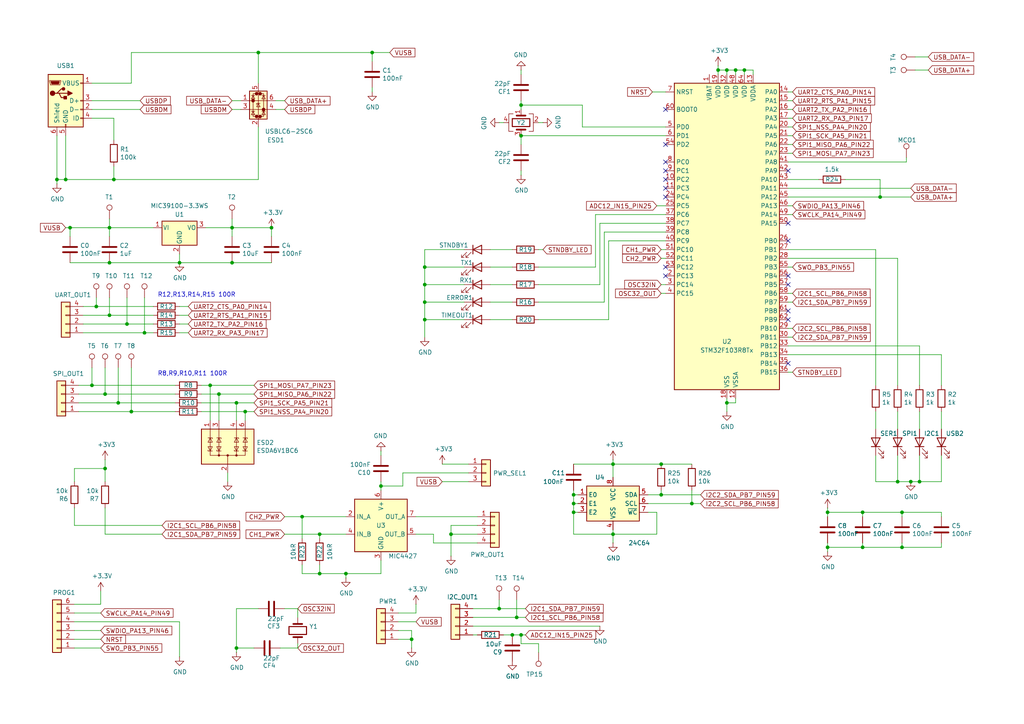
<source format=kicad_sch>
(kicad_sch (version 20231120) (generator "eeschema") (generator_version "8.0")
  (paper "A4")
  (title_block (date "2025-03-12") (rev "Rev 2"))
  (junction (at 92.71 166.37))
  (junction (at 215.9 20.32))
  (junction (at 240.03 158.75))
  (junction (at 107.95 15.24))
  (junction (at 123.19 77.47))
  (junction (at 41.91 96.52))
  (junction (at 63.5 114.3))
  (junction (at 78.74 66.04))
  (junction (at 210.82 20.32))
  (junction (at 16.51 52.07))
  (junction (at 33.02 52.07))
  (junction (at 74.93 15.24))
  (junction (at 27.94 88.9))
  (junction (at 110.49 140.97))
  (junction (at 210.82 116.84))
  (junction (at 250.19 148.59))
  (junction (at 31.75 91.44))
  (junction (at 166.37 143.51))
  (junction (at 60.96 111.76))
  (junction (at 264.16 139.7))
  (junction (at 148.59 184.15))
  (junction (at 71.12 119.38))
  (junction (at 200.66 146.05))
  (junction (at 30.48 114.3))
  (junction (at 38.1 119.38))
  (junction (at 34.29 116.84))
  (junction (at 123.19 87.63))
  (junction (at 213.36 20.32))
  (junction (at 255.27 57.15))
  (junction (at 123.19 92.71))
  (junction (at 208.28 20.32))
  (junction (at 67.31 76.2))
  (junction (at 31.75 66.04))
  (junction (at 177.8 154.94))
  (junction (at 149.86 179.07))
  (junction (at 68.58 116.84))
  (junction (at 92.71 154.94))
  (junction (at 261.62 148.59))
  (junction (at 177.8 134.62))
  (junction (at 52.07 76.2))
  (junction (at 87.63 149.86))
  (junction (at 100.33 166.37))
  (junction (at 166.37 148.59))
  (junction (at 266.7 139.7))
  (junction (at 151.13 39.37))
  (junction (at 151.13 184.15))
  (junction (at 151.13 30.48))
  (junction (at 20.32 66.04))
  (junction (at 191.77 134.62))
  (junction (at 31.75 76.2))
  (junction (at 260.35 139.7))
  (junction (at 261.62 158.75))
  (junction (at 30.48 135.89))
  (junction (at 26.67 111.76))
  (junction (at 240.03 148.59))
  (junction (at 36.83 93.98))
  (junction (at 68.58 187.96))
  (junction (at 191.77 143.51))
  (junction (at 130.81 154.94))
  (junction (at 166.37 146.05))
  (junction (at 119.38 185.42))
  (junction (at 19.05 52.07))
  (junction (at 250.19 158.75))
  (junction (at 67.31 66.04))
  (junction (at 144.78 176.53))
  (junction (at 123.19 82.55))
  (no_connect (at 193.04 80.01))
  (no_connect (at 193.04 52.07))
  (no_connect (at 228.6 80.01))
  (no_connect (at 228.6 49.53))
  (no_connect (at 193.04 31.75))
  (no_connect (at 193.04 54.61))
  (no_connect (at 228.6 105.41))
  (no_connect (at 193.04 77.47))
  (no_connect (at 228.6 82.55))
  (no_connect (at 228.6 92.71))
  (no_connect (at 193.04 46.99))
  (no_connect (at 193.04 49.53))
  (no_connect (at 193.04 57.15))
  (no_connect (at 193.04 41.91))
  (no_connect (at 228.6 64.77))
  (no_connect (at 228.6 69.85))
  (no_connect (at 228.6 90.17))
  (wire (pts (xy 67.31 76.2) (xy 52.07 76.2)))
  (wire (pts (xy 148.59 92.71) (xy 142.24 92.71)))
  (wire (pts (xy 151.13 20.32) (xy 151.13 21.59)))
  (wire (pts (xy 245.11 52.07) (xy 255.27 52.07)))
  (wire (pts (xy 191.77 82.55) (xy 193.04 82.55)))
  (wire (pts (xy 191.77 134.62) (xy 200.66 134.62)))
  (wire (pts (xy 24.13 93.98) (xy 36.83 93.98)))
  (wire (pts (xy 38.1 24.13) (xy 26.67 24.13)))
  (wire (pts (xy 63.5 114.3) (xy 73.66 114.3)))
  (wire (pts (xy 29.21 177.8) (xy 21.59 177.8)))
  (wire (pts (xy 86.36 176.53) (xy 86.36 179.07)))
  (wire (pts (xy 148.59 184.15) (xy 151.13 184.15)))
  (wire (pts (xy 80.01 29.21) (xy 82.55 29.21)))
  (wire (pts (xy 228.6 107.95) (xy 229.87 107.95)))
  (wire (pts (xy 134.62 77.47) (xy 123.19 77.47)))
  (wire (pts (xy 173.99 82.55) (xy 173.99 64.77)))
  (wire (pts (xy 177.8 153.67) (xy 177.8 154.94)))
  (wire (pts (xy 193.04 36.83) (xy 168.91 36.83)))
  (wire (pts (xy 200.66 146.05) (xy 200.66 142.24)))
  (wire (pts (xy 137.16 179.07) (xy 149.86 179.07)))
  (wire (pts (xy 190.5 154.94) (xy 190.5 148.59)))
  (wire (pts (xy 52.07 88.9) (xy 54.61 88.9)))
  (wire (pts (xy 67.31 31.75) (xy 69.85 31.75)))
  (wire (pts (xy 33.02 52.07) (xy 74.93 52.07)))
  (wire (pts (xy 22.86 119.38) (xy 38.1 119.38)))
  (wire (pts (xy 228.6 29.21) (xy 229.87 29.21)))
  (wire (pts (xy 156.21 186.69) (xy 156.21 189.23)))
  (wire (pts (xy 74.93 176.53) (xy 68.58 176.53)))
  (wire (pts (xy 151.13 29.21) (xy 151.13 30.48)))
  (wire (pts (xy 250.19 158.75) (xy 250.19 157.48)))
  (wire (pts (xy 151.13 39.37) (xy 193.04 39.37)))
  (wire (pts (xy 172.72 77.47) (xy 156.21 77.47)))
  (wire (pts (xy 166.37 148.59) (xy 166.37 146.05)))
  (wire (pts (xy 191.77 74.93) (xy 193.04 74.93)))
  (wire (pts (xy 33.02 48.26) (xy 33.02 52.07)))
  (wire (pts (xy 29.21 175.26) (xy 29.21 171.45)))
  (wire (pts (xy 260.35 74.93) (xy 228.6 74.93)))
  (wire (pts (xy 34.29 116.84) (xy 22.86 116.84)))
  (wire (pts (xy 149.86 173.99) (xy 149.86 179.07)))
  (wire (pts (xy 213.36 116.84) (xy 210.82 116.84)))
  (wire (pts (xy 176.53 92.71) (xy 176.53 69.85)))
  (wire (pts (xy 138.43 154.94) (xy 130.81 154.94)))
  (wire (pts (xy 210.82 116.84) (xy 210.82 119.38)))
  (wire (pts (xy 38.1 119.38) (xy 50.8 119.38)))
  (wire (pts (xy 218.44 21.59) (xy 218.44 20.32)))
  (wire (pts (xy 208.28 20.32) (xy 208.28 21.59)))
  (wire (pts (xy 116.84 137.16) (xy 135.89 137.16)))
  (wire (pts (xy 273.05 132.08) (xy 273.05 139.7)))
  (wire (pts (xy 16.51 53.34) (xy 16.51 52.07)))
  (wire (pts (xy 92.71 163.83) (xy 92.71 166.37)))
  (wire (pts (xy 20.32 76.2) (xy 31.75 76.2)))
  (wire (pts (xy 26.67 106.68) (xy 26.67 111.76)))
  (wire (pts (xy 68.58 121.92) (xy 68.58 116.84)))
  (wire (pts (xy 213.36 115.57) (xy 213.36 116.84)))
  (wire (pts (xy 128.27 134.62) (xy 135.89 134.62)))
  (wire (pts (xy 87.63 166.37) (xy 92.71 166.37)))
  (wire (pts (xy 120.65 154.94) (xy 125.73 154.94)))
  (wire (pts (xy 266.7 124.46) (xy 266.7 119.38)))
  (wire (pts (xy 68.58 116.84) (xy 73.66 116.84)))
  (wire (pts (xy 177.8 154.94) (xy 177.8 157.48)))
  (wire (pts (xy 149.86 179.07) (xy 152.4 179.07)))
  (wire (pts (xy 191.77 142.24) (xy 191.77 143.51)))
  (wire (pts (xy 213.36 21.59) (xy 213.36 20.32)))
  (wire (pts (xy 260.35 74.93) (xy 260.35 111.76)))
  (wire (pts (xy 52.07 91.44) (xy 54.61 91.44)))
  (wire (pts (xy 113.03 15.24) (xy 107.95 15.24)))
  (wire (pts (xy 19.05 39.37) (xy 19.05 52.07)))
  (wire (pts (xy 41.91 86.36) (xy 41.91 96.52)))
  (wire (pts (xy 250.19 148.59) (xy 261.62 148.59)))
  (wire (pts (xy 107.95 17.78) (xy 107.95 15.24)))
  (wire (pts (xy 21.59 147.32) (xy 21.59 152.4)))
  (wire (pts (xy 67.31 66.04) (xy 67.31 68.58)))
  (wire (pts (xy 82.55 149.86) (xy 87.63 149.86)))
  (wire (pts (xy 74.93 15.24) (xy 74.93 24.13)))
  (wire (pts (xy 166.37 143.51) (xy 167.64 143.51)))
  (wire (pts (xy 31.75 63.5) (xy 31.75 66.04)))
  (wire (pts (xy 151.13 184.15) (xy 152.4 184.15)))
  (wire (pts (xy 191.77 143.51) (xy 203.2 143.51)))
  (wire (pts (xy 52.07 180.34) (xy 52.07 190.5)))
  (wire (pts (xy 254 124.46) (xy 254 119.38)))
  (wire (pts (xy 157.48 72.39) (xy 156.21 72.39)))
  (wire (pts (xy 228.6 31.75) (xy 229.87 31.75)))
  (wire (pts (xy 110.49 130.81) (xy 110.49 132.08)))
  (wire (pts (xy 86.36 187.96) (xy 86.36 186.69)))
  (wire (pts (xy 240.03 148.59) (xy 240.03 149.86)))
  (wire (pts (xy 31.75 68.58) (xy 31.75 66.04)))
  (wire (pts (xy 189.23 26.67) (xy 193.04 26.67)))
  (wire (pts (xy 250.19 148.59) (xy 250.19 149.86)))
  (wire (pts (xy 172.72 62.23) (xy 172.72 77.47)))
  (wire (pts (xy 134.62 87.63) (xy 123.19 87.63)))
  (wire (pts (xy 156.21 82.55) (xy 173.99 82.55)))
  (wire (pts (xy 38.1 15.24) (xy 38.1 24.13)))
  (wire (pts (xy 260.35 139.7) (xy 254 139.7)))
  (wire (pts (xy 240.03 158.75) (xy 240.03 160.02)))
  (wire (pts (xy 67.31 63.5) (xy 67.31 66.04)))
  (wire (pts (xy 60.96 111.76) (xy 73.66 111.76)))
  (wire (pts (xy 254 72.39) (xy 228.6 72.39)))
  (wire (pts (xy 166.37 146.05) (xy 166.37 143.51)))
  (wire (pts (xy 260.35 124.46) (xy 260.35 119.38)))
  (wire (pts (xy 261.62 158.75) (xy 261.62 157.48)))
  (wire (pts (xy 273.05 139.7) (xy 266.7 139.7)))
  (wire (pts (xy 148.59 77.47) (xy 142.24 77.47)))
  (wire (pts (xy 30.48 154.94) (xy 46.99 154.94)))
  (wire (pts (xy 78.74 66.04) (xy 78.74 68.58)))
  (wire (pts (xy 228.6 57.15) (xy 255.27 57.15)))
  (wire (pts (xy 50.8 111.76) (xy 26.67 111.76)))
  (wire (pts (xy 203.2 146.05) (xy 200.66 146.05)))
  (wire (pts (xy 191.77 143.51) (xy 187.96 143.51)))
  (wire (pts (xy 130.81 152.4) (xy 138.43 152.4)))
  (wire (pts (xy 128.27 139.7) (xy 135.89 139.7)))
  (wire (pts (xy 228.6 36.83) (xy 229.87 36.83)))
  (wire (pts (xy 123.19 92.71) (xy 123.19 87.63)))
  (wire (pts (xy 228.6 77.47) (xy 229.87 77.47)))
  (wire (pts (xy 87.63 156.21) (xy 87.63 149.86)))
  (wire (pts (xy 228.6 97.79) (xy 229.87 97.79)))
  (wire (pts (xy 137.16 181.61) (xy 173.99 181.61)))
  (wire (pts (xy 261.62 148.59) (xy 273.05 148.59)))
  (wire (pts (xy 107.95 15.24) (xy 74.93 15.24)))
  (wire (pts (xy 228.6 87.63) (xy 229.87 87.63)))
  (wire (pts (xy 151.13 186.69) (xy 156.21 186.69)))
  (wire (pts (xy 27.94 86.36) (xy 27.94 88.9)))
  (wire (pts (xy 228.6 34.29) (xy 229.87 34.29)))
  (wire (pts (xy 31.75 66.04) (xy 44.45 66.04)))
  (wire (pts (xy 266.7 100.33) (xy 266.7 111.76)))
  (wire (pts (xy 30.48 114.3) (xy 50.8 114.3)))
  (wire (pts (xy 123.19 72.39) (xy 123.19 77.47)))
  (wire (pts (xy 142.24 72.39) (xy 148.59 72.39)))
  (wire (pts (xy 120.65 149.86) (xy 138.43 149.86)))
  (wire (pts (xy 228.6 54.61) (xy 264.16 54.61)))
  (wire (pts (xy 240.03 158.75) (xy 250.19 158.75)))
  (wire (pts (xy 52.07 96.52) (xy 54.61 96.52)))
  (wire (pts (xy 191.77 72.39) (xy 193.04 72.39)))
  (wire (pts (xy 177.8 133.35) (xy 177.8 134.62)))
  (wire (pts (xy 264.16 139.7) (xy 260.35 139.7)))
  (wire (pts (xy 269.24 20.32) (xy 265.43 20.32)))
  (wire (pts (xy 215.9 21.59) (xy 215.9 20.32)))
  (wire (pts (xy 30.48 147.32) (xy 30.48 154.94)))
  (wire (pts (xy 58.42 119.38) (xy 71.12 119.38)))
  (wire (pts (xy 20.32 66.04) (xy 31.75 66.04)))
  (wire (pts (xy 68.58 187.96) (xy 73.66 187.96)))
  (wire (pts (xy 215.9 20.32) (xy 213.36 20.32)))
  (wire (pts (xy 107.95 26.67) (xy 107.95 25.4)))
  (wire (pts (xy 33.02 34.29) (xy 33.02 40.64)))
  (wire (pts (xy 21.59 182.88) (xy 29.21 182.88)))
  (wire (pts (xy 254 111.76) (xy 254 72.39)))
  (wire (pts (xy 218.44 20.32) (xy 215.9 20.32)))
  (wire (pts (xy 74.93 15.24) (xy 38.1 15.24)))
  (wire (pts (xy 151.13 184.15) (xy 151.13 186.69)))
  (wire (pts (xy 166.37 146.05) (xy 167.64 146.05)))
  (wire (pts (xy 228.6 41.91) (xy 229.87 41.91)))
  (wire (pts (xy 157.48 35.56) (xy 156.21 35.56)))
  (wire (pts (xy 78.74 76.2) (xy 67.31 76.2)))
  (wire (pts (xy 266.7 139.7) (xy 266.7 132.08)))
  (wire (pts (xy 166.37 148.59) (xy 167.64 148.59)))
  (wire (pts (xy 68.58 189.23) (xy 68.58 187.96)))
  (wire (pts (xy 52.07 76.2) (xy 52.07 73.66)))
  (wire (pts (xy 52.07 93.98) (xy 54.61 93.98)))
  (wire (pts (xy 134.62 72.39) (xy 123.19 72.39)))
  (wire (pts (xy 130.81 154.94) (xy 130.81 161.29)))
  (wire (pts (xy 87.63 163.83) (xy 87.63 166.37)))
  (wire (pts (xy 177.8 154.94) (xy 190.5 154.94)))
  (wire (pts (xy 92.71 154.94) (xy 82.55 154.94)))
  (wire (pts (xy 146.05 184.15) (xy 148.59 184.15)))
  (wire (pts (xy 166.37 154.94) (xy 166.37 148.59)))
  (wire (pts (xy 21.59 187.96) (xy 29.21 187.96)))
  (wire (pts (xy 21.59 135.89) (xy 21.59 139.7)))
  (wire (pts (xy 44.45 96.52) (xy 41.91 96.52)))
  (wire (pts (xy 120.65 177.8) (xy 120.65 175.26)))
  (wire (pts (xy 60.96 121.92) (xy 60.96 111.76)))
  (wire (pts (xy 44.45 91.44) (xy 31.75 91.44)))
  (wire (pts (xy 255.27 52.07) (xy 255.27 57.15)))
  (wire (pts (xy 137.16 176.53) (xy 144.78 176.53)))
  (wire (pts (xy 33.02 52.07) (xy 19.05 52.07)))
  (wire (pts (xy 125.73 154.94) (xy 125.73 157.48)))
  (wire (pts (xy 151.13 39.37) (xy 151.13 41.91)))
  (wire (pts (xy 92.71 154.94) (xy 92.71 156.21)))
  (wire (pts (xy 264.16 139.7) (xy 266.7 139.7)))
  (wire (pts (xy 142.24 87.63) (xy 148.59 87.63)))
  (wire (pts (xy 144.78 173.99) (xy 144.78 176.53)))
  (wire (pts (xy 19.05 66.04) (xy 20.32 66.04)))
  (wire (pts (xy 31.75 91.44) (xy 24.13 91.44)))
  (wire (pts (xy 123.19 82.55) (xy 123.19 77.47)))
  (wire (pts (xy 151.13 30.48) (xy 151.13 31.75)))
  (wire (pts (xy 66.04 139.7) (xy 66.04 137.16)))
  (wire (pts (xy 208.28 19.05) (xy 208.28 20.32)))
  (wire (pts (xy 190.5 148.59) (xy 187.96 148.59)))
  (wire (pts (xy 144.78 176.53) (xy 152.4 176.53)))
  (wire (pts (xy 156.21 87.63) (xy 175.26 87.63)))
  (wire (pts (xy 190.5 59.69) (xy 193.04 59.69)))
  (wire (pts (xy 255.27 57.15) (xy 264.16 57.15)))
  (wire (pts (xy 123.19 92.71) (xy 123.19 97.79)))
  (wire (pts (xy 144.78 35.56) (xy 146.05 35.56)))
  (wire (pts (xy 193.04 62.23) (xy 172.72 62.23)))
  (wire (pts (xy 58.42 111.76) (xy 60.96 111.76)))
  (wire (pts (xy 187.96 146.05) (xy 200.66 146.05)))
  (wire (pts (xy 22.86 114.3) (xy 30.48 114.3)))
  (wire (pts (xy 273.05 158.75) (xy 261.62 158.75)))
  (wire (pts (xy 173.99 64.77) (xy 193.04 64.77)))
  (wire (pts (xy 177.8 154.94) (xy 166.37 154.94)))
  (wire (pts (xy 175.26 67.31) (xy 193.04 67.31)))
  (wire (pts (xy 273.05 102.87) (xy 273.05 111.76)))
  (wire (pts (xy 273.05 157.48) (xy 273.05 158.75)))
  (wire (pts (xy 67.31 66.04) (xy 78.74 66.04)))
  (wire (pts (xy 273.05 102.87) (xy 228.6 102.87)))
  (wire (pts (xy 71.12 119.38) (xy 73.66 119.38)))
  (wire (pts (xy 110.49 140.97) (xy 116.84 140.97)))
  (wire (pts (xy 30.48 133.35) (xy 30.48 135.89)))
  (wire (pts (xy 41.91 96.52) (xy 24.13 96.52)))
  (wire (pts (xy 119.38 185.42) (xy 115.57 185.42)))
  (wire (pts (xy 191.77 85.09) (xy 193.04 85.09)))
  (wire (pts (xy 31.75 76.2) (xy 52.07 76.2)))
  (wire (pts (xy 21.59 175.26) (xy 29.21 175.26)))
  (wire (pts (xy 240.03 157.48) (xy 240.03 158.75)))
  (wire (pts (xy 81.28 187.96) (xy 86.36 187.96)))
  (wire (pts (xy 137.16 184.15) (xy 138.43 184.15)))
  (wire (pts (xy 27.94 88.9) (xy 44.45 88.9)))
  (wire (pts (xy 213.36 20.32) (xy 210.82 20.32)))
  (wire (pts (xy 265.43 16.51) (xy 269.24 16.51)))
  (wire (pts (xy 228.6 44.45) (xy 229.87 44.45)))
  (wire (pts (xy 176.53 69.85) (xy 193.04 69.85)))
  (wire (pts (xy 87.63 149.86) (xy 100.33 149.86)))
  (wire (pts (xy 30.48 106.68) (xy 30.48 114.3)))
  (wire (pts (xy 100.33 154.94) (xy 92.71 154.94)))
  (wire (pts (xy 115.57 177.8) (xy 120.65 177.8)))
  (wire (pts (xy 63.5 121.92) (xy 63.5 114.3)))
  (wire (pts (xy 100.33 166.37) (xy 100.33 167.64)))
  (wire (pts (xy 21.59 180.34) (xy 52.07 180.34)))
  (wire (pts (xy 168.91 30.48) (xy 151.13 30.48)))
  (wire (pts (xy 134.62 82.55) (xy 123.19 82.55)))
  (wire (pts (xy 80.01 31.75) (xy 82.55 31.75)))
  (wire (pts (xy 228.6 59.69) (xy 229.87 59.69)))
  (wire (pts (xy 20.32 68.58) (xy 20.32 66.04)))
  (wire (pts (xy 59.69 66.04) (xy 67.31 66.04)))
  (wire (pts (xy 119.38 187.96) (xy 119.38 185.42)))
  (wire (pts (xy 266.7 100.33) (xy 228.6 100.33)))
  (wire (pts (xy 151.13 49.53) (xy 151.13 50.8)))
  (wire (pts (xy 115.57 182.88) (xy 119.38 182.88)))
  (wire (pts (xy 110.49 142.24) (xy 110.49 140.97)))
  (wire (pts (xy 134.62 92.71) (xy 123.19 92.71)))
  (wire (pts (xy 92.71 166.37) (xy 100.33 166.37)))
  (wire (pts (xy 116.84 140.97) (xy 116.84 137.16)))
  (wire (pts (xy 210.82 115.57) (xy 210.82 116.84)))
  (wire (pts (xy 82.55 176.53) (xy 86.36 176.53)))
  (wire (pts (xy 228.6 26.67) (xy 229.87 26.67)))
  (wire (pts (xy 26.67 29.21) (xy 40.64 29.21)))
  (wire (pts (xy 262.89 46.99) (xy 262.89 45.72)))
  (wire (pts (xy 36.83 93.98) (xy 44.45 93.98)))
  (wire (pts (xy 250.19 158.75) (xy 261.62 158.75)))
  (wire (pts (xy 36.83 86.36) (xy 36.83 93.98)))
  (wire (pts (xy 110.49 140.97) (xy 110.49 139.7)))
  (wire (pts (xy 34.29 106.68) (xy 34.29 116.84)))
  (wire (pts (xy 38.1 106.68) (xy 38.1 119.38)))
  (wire (pts (xy 71.12 121.92) (xy 71.12 119.38)))
  (wire (pts (xy 50.8 116.84) (xy 34.29 116.84)))
  (wire (pts (xy 26.67 31.75) (xy 40.64 31.75)))
  (wire (pts (xy 74.93 36.83) (xy 74.93 52.07)))
  (wire (pts (xy 210.82 21.59) (xy 210.82 20.32)))
  (wire (pts (xy 21.59 152.4) (xy 46.99 152.4)))
  (wire (pts (xy 148.59 82.55) (xy 142.24 82.55)))
  (wire (pts (xy 58.42 114.3) (xy 63.5 114.3)))
  (wire (pts (xy 26.67 34.29) (xy 33.02 34.29)))
  (wire (pts (xy 119.38 182.88) (xy 119.38 185.42)))
  (wire (pts (xy 177.8 134.62) (xy 177.8 138.43)))
  (wire (pts (xy 67.31 29.21) (xy 69.85 29.21)))
  (wire (pts (xy 26.67 111.76) (xy 22.86 111.76)))
  (wire (pts (xy 191.77 134.62) (xy 177.8 134.62)))
  (wire (pts (xy 228.6 95.25) (xy 229.87 95.25)))
  (wire (pts (xy 30.48 135.89) (xy 30.48 139.7)))
  (wire (pts (xy 24.13 88.9) (xy 27.94 88.9)))
  (wire (pts (xy 21.59 185.42) (xy 29.21 185.42)))
  (wire (pts (xy 254 139.7) (xy 254 132.08)))
  (wire (pts (xy 168.91 36.83) (xy 168.91 30.48)))
  (wire (pts (xy 240.03 148.59) (xy 250.19 148.59)))
  (wire (pts (xy 123.19 87.63) (xy 123.19 82.55)))
  (wire (pts (xy 210.82 20.32) (xy 208.28 20.32)))
  (wire (pts (xy 16.51 52.07) (xy 19.05 52.07)))
  (wire (pts (xy 228.6 39.37) (xy 229.87 39.37)))
  (wire (pts (xy 273.05 148.59) (xy 273.05 149.86)))
  (wire (pts (xy 125.73 157.48) (xy 138.43 157.48)))
  (wire (pts (xy 273.05 124.46) (xy 273.05 119.38)))
  (wire (pts (xy 228.6 85.09) (xy 229.87 85.09)))
  (wire (pts (xy 166.37 134.62) (xy 177.8 134.62)))
  (wire (pts (xy 261.62 148.59) (xy 261.62 149.86)))
  (wire (pts (xy 228.6 62.23) (xy 229.87 62.23)))
  (wire (pts (xy 68.58 176.53) (xy 68.58 187.96)))
  (wire (pts (xy 130.81 152.4) (xy 130.81 154.94)))
  (wire (pts (xy 110.49 162.56) (xy 110.49 166.37)))
  (wire (pts (xy 166.37 143.51) (xy 166.37 142.24)))
  (wire (pts (xy 228.6 52.07) (xy 237.49 52.07)))
  (wire (pts (xy 16.51 39.37) (xy 16.51 52.07)))
  (wire (pts (xy 115.57 180.34) (xy 120.65 180.34)))
  (wire (pts (xy 240.03 147.32) (xy 240.03 148.59)))
  (wire (pts (xy 100.33 166.37) (xy 110.49 166.37)))
  (wire (pts (xy 175.26 87.63) (xy 175.26 67.31)))
  (wire (pts (xy 58.42 116.84) (xy 68.58 116.84)))
  (wire (pts (xy 260.35 132.08) (xy 260.35 139.7)))
  (wire (pts (xy 228.6 46.99) (xy 262.89 46.99)))
  (wire (pts (xy 30.48 135.89) (xy 21.59 135.89)))
  (wire (pts (xy 31.75 86.36) (xy 31.75 91.44)))
  (wire (pts (xy 156.21 92.71) (xy 176.53 92.71)))
  (text "R8,R9,R10,R11 100R" (at 45.72 109.22 0) (effects (font (size 1.27 1.27)) (justify left bottom)))
  (text "R12,R13,R14,R15 100R" (at 45.72 86.36 0) (effects (font (size 1.27 1.27)) (justify left bottom)))
  (global_label "ADC12_IN15_PIN25" (shape input) (at 152.4 184.15 0) (property "Intersheetrefs" "${INTERSHEET_REFS}" (effects (hide yes))))
  (global_label "UART2_RTS_PA1_PIN15" (shape input) (at 229.87 29.21 0) (property "Intersheetrefs" "${INTERSHEET_REFS}" (effects (hide yes))))
  (global_label "I2C2_SDA_PB7_PIN59" (shape input) (at 229.87 97.79 0) (property "Intersheetrefs" "${INTERSHEET_REFS}" (effects (hide yes))))
  (global_label "UART2_RX_PA3_PIN17" (shape input) (at 54.61 96.52 0) (property "Intersheetrefs" "${INTERSHEET_REFS}" (effects (hide yes))))
  (global_label "VUSB" (shape input) (at 19.05 66.04 180) (property "Intersheetrefs" "${INTERSHEET_REFS}" (effects (hide yes))))
  (global_label "I2C1_SDA_PB7_PIN59" (shape input) (at 152.4 176.53 0) (property "Intersheetrefs" "${INTERSHEET_REFS}" (effects (hide yes))))
  (global_label "UART2_CTS_PA0_PIN14" (shape input) (at 229.87 26.67 0) (property "Intersheetrefs" "${INTERSHEET_REFS}" (effects (hide yes))))
  (global_label "SPI1_MISO_PA6_PIN22" (shape input) (at 73.66 114.3 0) (property "Intersheetrefs" "${INTERSHEET_REFS}" (effects (hide yes))))
  (global_label "VUSB" (shape input) (at 128.27 139.7 180) (property "Intersheetrefs" "${INTERSHEET_REFS}" (effects (hide yes))))
  (global_label "I2C1_SCL_PB6_PIN58" (shape input) (at 152.4 179.07 0) (property "Intersheetrefs" "${INTERSHEET_REFS}" (effects (hide yes))))
  (global_label "SWCLK_PA14_PIN49" (shape input) (at 229.87 62.23 0) (property "Intersheetrefs" "${INTERSHEET_REFS}" (effects (hide yes))))
  (global_label "UART2_RX_PA3_PIN17" (shape input) (at 229.87 34.29 0) (property "Intersheetrefs" "${INTERSHEET_REFS}" (effects (hide yes))))
  (global_label "USB_DATA-" (shape input) (at 264.16 54.61 0) (property "Intersheetrefs" "${INTERSHEET_REFS}" (effects (hide yes))))
  (global_label "USB_DATA+" (shape input) (at 269.24 20.32 0) (property "Intersheetrefs" "${INTERSHEET_REFS}" (effects (hide yes))))
  (global_label "OSC32_OUT" (shape input) (at 191.77 85.09 180) (property "Intersheetrefs" "${INTERSHEET_REFS}" (effects (hide yes))))
  (global_label "SPI1_NSS_PA4_PIN20" (shape input) (at 229.87 36.83 0) (property "Intersheetrefs" "${INTERSHEET_REFS}" (effects (hide yes))))
  (global_label "UART2_RTS_PA1_PIN15" (shape input) (at 54.61 91.44 0) (property "Intersheetrefs" "${INTERSHEET_REFS}" (effects (hide yes))))
  (global_label "OSC32IN" (shape input) (at 191.77 82.55 180) (property "Intersheetrefs" "${INTERSHEET_REFS}" (effects (hide yes))))
  (global_label "I2C2_SCL_PB6_PIN58" (shape input) (at 229.87 95.25 0) (property "Intersheetrefs" "${INTERSHEET_REFS}" (effects (hide yes))))
  (global_label "USBDM" (shape input) (at 67.31 31.75 180) (property "Intersheetrefs" "${INTERSHEET_REFS}" (effects (hide yes))))
  (global_label "SWO_PB3_PIN55" (shape input) (at 29.21 187.96 0) (property "Intersheetrefs" "${INTERSHEET_REFS}" (effects (hide yes))))
  (global_label "CH1_PWR" (shape input) (at 82.55 154.94 180) (property "Intersheetrefs" "${INTERSHEET_REFS}" (effects (hide yes))))
  (global_label "CH2_PWR" (shape input) (at 191.77 74.93 180) (property "Intersheetrefs" "${INTERSHEET_REFS}" (effects (hide yes))))
  (global_label "SPI1_NSS_PA4_PIN20" (shape input) (at 73.66 119.38 0) (property "Intersheetrefs" "${INTERSHEET_REFS}" (effects (hide yes))))
  (global_label "USB_DATA-" (shape input) (at 67.31 29.21 180) (property "Intersheetrefs" "${INTERSHEET_REFS}" (effects (hide yes))))
  (global_label "VUSB" (shape input) (at 113.03 15.24 0) (property "Intersheetrefs" "${INTERSHEET_REFS}" (effects (hide yes))))
  (global_label "I2C1_SCL_PB6_PIN58" (shape input) (at 229.87 85.09 0) (property "Intersheetrefs" "${INTERSHEET_REFS}" (effects (hide yes))))
  (global_label "I2C2_SDA_PB7_PIN59" (shape input) (at 203.2 143.51 0) (property "Intersheetrefs" "${INTERSHEET_REFS}" (effects (hide yes))))
  (global_label "SWDIO_PA13_PIN46" (shape input) (at 229.87 59.69 0) (property "Intersheetrefs" "${INTERSHEET_REFS}" (effects (hide yes))))
  (global_label "USB_DATA-" (shape input) (at 269.24 16.51 0) (property "Intersheetrefs" "${INTERSHEET_REFS}" (effects (hide yes))))
  (global_label "I2C1_SDA_PB7_PIN59" (shape input) (at 46.99 154.94 0) (property "Intersheetrefs" "${INTERSHEET_REFS}" (effects (hide yes))))
  (global_label "UART2_CTS_PA0_PIN14" (shape input) (at 54.61 88.9 0) (property "Intersheetrefs" "${INTERSHEET_REFS}" (effects (hide yes))))
  (global_label "CH2_PWR" (shape input) (at 82.55 149.86 180) (property "Intersheetrefs" "${INTERSHEET_REFS}" (effects (hide yes))))
  (global_label "OSC32_OUT" (shape input) (at 86.36 187.96 0) (property "Intersheetrefs" "${INTERSHEET_REFS}" (effects (hide yes))))
  (global_label "UART2_TX_PA2_PIN16" (shape input) (at 54.61 93.98 0) (property "Intersheetrefs" "${INTERSHEET_REFS}" (effects (hide yes))))
  (global_label "SWDIO_PA13_PIN46" (shape input) (at 29.21 182.88 0) (property "Intersheetrefs" "${INTERSHEET_REFS}" (effects (hide yes))))
  (global_label "SPI1_SCK_PA5_PIN21" (shape input) (at 229.87 39.37 0) (property "Intersheetrefs" "${INTERSHEET_REFS}" (effects (hide yes))))
  (global_label "ADC12_IN15_PIN25" (shape input) (at 190.5 59.69 180) (property "Intersheetrefs" "${INTERSHEET_REFS}" (effects (hide yes))))
  (global_label "NRST" (shape input) (at 189.23 26.67 180) (property "Intersheetrefs" "${INTERSHEET_REFS}" (effects (hide yes))))
  (global_label "USBDP" (shape input) (at 82.55 31.75 0) (property "Intersheetrefs" "${INTERSHEET_REFS}" (effects (hide yes))))
  (global_label "I2C1_SCL_PB6_PIN58" (shape input) (at 46.99 152.4 0) (property "Intersheetrefs" "${INTERSHEET_REFS}" (effects (hide yes))))
  (global_label "I2C1_SDA_PB7_PIN59" (shape input) (at 229.87 87.63 0) (property "Intersheetrefs" "${INTERSHEET_REFS}" (effects (hide yes))))
  (global_label "SPI1_MOSI_PA7_PIN23" (shape input) (at 73.66 111.76 0) (property "Intersheetrefs" "${INTERSHEET_REFS}" (effects (hide yes))))
  (global_label "USB_DATA+" (shape input) (at 264.16 57.15 0) (property "Intersheetrefs" "${INTERSHEET_REFS}" (effects (hide yes))))
  (global_label "SPI1_SCK_PA5_PIN21" (shape input) (at 73.66 116.84 0) (property "Intersheetrefs" "${INTERSHEET_REFS}" (effects (hide yes))))
  (global_label "USBDP" (shape input) (at 40.64 29.21 0) (property "Intersheetrefs" "${INTERSHEET_REFS}" (effects (hide yes))))
  (global_label "SPI1_MISO_PA6_PIN22" (shape input) (at 229.87 41.91 0) (property "Intersheetrefs" "${INTERSHEET_REFS}" (effects (hide yes))))
  (global_label "CH1_PWR" (shape input) (at 191.77 72.39 180) (property "Intersheetrefs" "${INTERSHEET_REFS}" (effects (hide yes))))
  (global_label "USBDM" (shape input) (at 40.64 31.75 0) (property "Intersheetrefs" "${INTERSHEET_REFS}" (effects (hide yes))))
  (global_label "VUSB" (shape input) (at 120.65 180.34 0) (property "Intersheetrefs" "${INTERSHEET_REFS}" (effects (hide yes))))
  (global_label "OSC32IN" (shape input) (at 86.36 176.53 0) (property "Intersheetrefs" "${INTERSHEET_REFS}" (effects (hide yes))))
  (global_label "UART2_TX_PA2_PIN16" (shape input) (at 229.87 31.75 0) (property "Intersheetrefs" "${INTERSHEET_REFS}" (effects (hide yes))))
  (global_label "SWCLK_PA14_PIN49" (shape input) (at 29.21 177.8 0) (property "Intersheetrefs" "${INTERSHEET_REFS}" (effects (hide yes))))
  (global_label "NRST" (shape input) (at 29.21 185.42 0) (property "Intersheetrefs" "${INTERSHEET_REFS}" (effects (hide yes))))
  (global_label "STNDBY_LED" (shape input) (at 229.87 107.95 0) (property "Intersheetrefs" "${INTERSHEET_REFS}" (effects (hide yes))))
  (global_label "USB_DATA+" (shape input) (at 82.55 29.21 0) (property "Intersheetrefs" "${INTERSHEET_REFS}" (effects (hide yes))))
  (global_label "I2C2_SCL_PB6_PIN58" (shape input) (at 203.2 146.05 0) (property "Intersheetrefs" "${INTERSHEET_REFS}" (effects (hide yes))))
  (global_label "STNDBY_LED" (shape input) (at 157.48 72.39 0) (property "Intersheetrefs" "${INTERSHEET_REFS}" (effects (hide yes))))
  (global_label "SPI1_MOSI_PA7_PIN23" (shape input) (at 229.87 44.45 0) (property "Intersheetrefs" "${INTERSHEET_REFS}" (effects (hide yes))))
  (global_label "SWO_PB3_PIN55" (shape input) (at 229.87 77.47 0) (property "Intersheetrefs" "${INTERSHEET_REFS}" (effects (hide yes))))
  (symbol (lib_id "Device:R") (at 152.4 72.39 90) (unit 1)
    (property "Reference" "R19" (at 152.4 72.39 90))
    (property "Value" "100R" (effects (hide yes)))
    (property "Footprint" "Resistor_SMD:R_0805_2012Metric_Pad1.15x1.40mm_HandSolder" (effects (hide yes)))
  )
  (symbol (lib_id "Device:R") (at 152.4 77.47 90) (unit 1)
    (property "Reference" "R18" (at 152.4 77.47 90))
    (property "Value" "100R" (effects (hide yes)))
    (property "Footprint" "Resistor_SMD:R_0805_2012Metric_Pad1.15x1.40mm_HandSolder" (effects (hide yes)))
  )
  (symbol (lib_id "Device:R") (at 152.4 82.55 90) (unit 1)
    (property "Reference" "R17" (at 152.4 82.55 90))
    (property "Value" "100R" (effects (hide yes)))
    (property "Footprint" "Resistor_SMD:R_0805_2012Metric_Pad1.15x1.40mm_HandSolder" (effects (hide yes)))
  )
  (symbol (lib_id "Device:R") (at 152.4 87.63 90) (unit 1)
    (property "Reference" "R16" (at 152.4 87.63 90))
    (property "Value" "100R" (effects (hide yes)))
    (property "Footprint" "Resistor_SMD:R_0805_2012Metric_Pad1.15x1.40mm_HandSolder" (effects (hide yes)))
  )
  (symbol (lib_id "Device:LED") (at 138.43 72.39 0) (unit 1)
    (property "Reference" "STNDBY1" (at 135.89 71.12 0) (effects (justify right)))
    (property "Value" "LED" (effects (hide yes)))
    (property "Footprint" "Resistor_SMD:R_0805_2012Metric_Pad1.15x1.40mm_HandSolder" (effects (hide yes)))
  )
  (symbol (lib_id "Device:LED") (at 138.43 77.47 0) (unit 1)
    (property "Reference" "TX1" (at 137.16 76.2 0) (effects (justify right)))
    (property "Value" "LED" (effects (hide yes)))
    (property "Footprint" "Resistor_SMD:R_0805_2012Metric_Pad1.15x1.40mm_HandSolder" (effects (hide yes)))
  )
  (symbol (lib_id "MCU_ST_STM32F1:STM32F103R8Tx") (at 210.82 69.85 0) (unit 1)
    (property "Reference" "U2" (at 210.82 99.06 0))
    (property "Value" "STM32F103R8Tx" (at 210.82 101.6 0))
    (property "Footprint" "Package_QFP:LQFP-64_10x10mm_P0.5mm" (effects (hide yes)))
    (property "Datasheet" "http://www.st.com/st-web-ui/static/active/en/resource/technical/document/datasheet/CD00161566.pdf" (effects (hide yes)))
  )
  (symbol (lib_id "Connector:USB_B_Mini") (at 19.05 29.21 0) (unit 1)
    (property "Reference" "USB1" (at 19.05 19.05 0))
    (property "Value" "USB_B_Mini" (effects (hide yes)))
    (property "Footprint" "Connector_USB:USB_Mini-B_Lumberg_2486_01_Horizontal" (effects (hide yes)))
  )
  (symbol (lib_id "Device:LED") (at 138.43 82.55 0) (unit 1)
    (property "Reference" "RX1" (at 137.16 81.28 0) (effects (justify right)))
    (property "Value" "LED" (effects (hide yes)))
    (property "Footprint" "Resistor_SMD:R_0805_2012Metric_Pad1.15x1.40mm_HandSolder" (effects (hide yes)))
  )
  (symbol (lib_id "Device:LED") (at 138.43 87.63 0) (unit 1)
    (property "Reference" "ERROR1" (at 137.16 86.36 0) (effects (justify right)))
    (property "Value" "LED" (effects (hide yes)))
    (property "Footprint" "Resistor_SMD:R_0805_2012Metric_Pad1.15x1.40mm_HandSolder" (effects (hide yes)))
  )
  (symbol (lib_id "Device:LED") (at 138.43 92.71 0) (unit 1)
    (property "Reference" "TIMEOUT1" (at 137.16 91.44 0) (effects (justify right)))
    (property "Value" "LED" (effects (hide yes)))
    (property "Footprint" "Resistor_SMD:R_0805_2012Metric_Pad1.15x1.40mm_HandSolder" (effects (hide yes)))
  )
  (symbol (lib_id "Device:R") (at 152.4 92.71 90) (unit 1)
    (property "Reference" "R20" (at 152.4 92.71 90))
    (property "Value" "100R" (effects (hide yes)))
    (property "Footprint" "Resistor_SMD:R_0805_2012Metric_Pad1.15x1.40mm_HandSolder" (effects (hide yes)))
  )
  (symbol (lib_id "power:GND") (at 123.19 97.79 0) (unit 1)
    (property "Reference" "#PWR0116" (effects (hide yes)))
    (property "Value" "GND" (at 123.317 102.1842 0))
  )
  (symbol (lib_id "power:GND") (at 16.51 53.34 0) (unit 1)
    (property "Reference" "#PWR0102" (effects (hide yes)))
    (property "Value" "GND" (at 16.637 57.7342 0))
  )
  (symbol (lib_id "power:+3V3") (at 208.28 19.05 0) (unit 1)
    (property "Reference" "#PWR0103" (effects (hide yes)))
    (property "Value" "+3V3" (at 208.661 14.6558 0))
  )
  (symbol (lib_id "Driver_FET:MIC4427") (at 110.49 152.4 0) (unit 1)
    (property "Reference" "U3" (at 110.49 152.4 0))
    (property "Value" "MIC4427" (at 116.84 161.29 0))
    (property "Footprint" "Package_SO:SOIC-8_3.9x4.9mm_P1.27mm" (effects (hide yes)))
    (property "Datasheet" "http://ww1.microchip.com/downloads/en/DeviceDoc/mic4426.pdf" (effects (hide yes)))
  )
  (symbol (lib_id "Connector_Generic:Conn_01x04") (at 143.51 152.4 0) (unit 1)
    (property "Reference" "PWR_OUT1" (at 141.4272 160.8582 0))
    (property "Value" "Conn_01x04" (effects (hide yes)))
    (property "Footprint" "Connector_PinHeader_2.54mm:PinHeader_1x04_P2.54mm_Vertical" (effects (hide yes)))
  )
  (symbol (lib_id "Device:R") (at 92.71 160.02 0) (unit 1)
    (property "Reference" "R22" (at 92.71 160.02 90))
    (property "Value" "10kR" (at 95.6564 160.02 90))
    (property "Footprint" "Resistor_SMD:R_0805_2012Metric_Pad1.15x1.40mm_HandSolder" (effects (hide yes)))
  )
  (symbol (lib_id "Device:R") (at 87.63 160.02 0) (unit 1)
    (property "Reference" "R23" (at 87.63 160.02 90))
    (property "Value" "10kR" (at 85.09 160.02 90))
    (property "Footprint" "Resistor_SMD:R_0805_2012Metric_Pad1.15x1.40mm_HandSolder" (effects (hide yes)))
  )
  (symbol (lib_id "power:GND") (at 100.33 167.64 0) (unit 1)
    (property "Reference" "#PWR0121" (effects (hide yes)))
    (property "Value" "GND" (at 100.457 172.0342 0))
  )
  (symbol (lib_id "power:GND") (at 144.78 35.56 270) (unit 1)
    (property "Reference" "#PWR0125" (effects (hide yes)))
    (property "Value" "GND" (at 140.3858 35.687 0))
  )
  (symbol (lib_id "power:GND") (at 157.48 35.56 90) (unit 1)
    (property "Reference" "#PWR0126" (effects (hide yes)))
    (property "Value" "GND" (at 161.8742 35.433 0))
  )
  (symbol (lib_id "Device:C") (at 110.49 135.89 180) (unit 1)
    (property "Reference" "C10" (at 107.569 137.0584 0) (effects (justify left)))
    (property "Value" "100nF" (at 107.569 134.747 0) (effects (justify left)))
    (property "Footprint" "Resistor_SMD:R_0805_2012Metric_Pad1.15x1.40mm_HandSolder" (effects (hide yes)))
  )
  (symbol (lib_id "Connector_Generic:Conn_01x03") (at 140.97 137.16 0) (unit 1)
    (property "Reference" "PWR_SEL1" (at 143.002 137.2616 0) (effects (justify left)))
    (property "Value" "Conn_01x03" (effects (hide yes)))
    (property "Footprint" "Connector_PinHeader_2.54mm:PinHeader_1x03_P2.54mm_Vertical" (effects (hide yes)))
  )
  (symbol (lib_id "power:GND") (at 110.49 130.81 180) (unit 1)
    (property "Reference" "#PWR0122" (effects (hide yes)))
    (property "Value" "GND" (at 110.363 126.4158 0))
  )
  (symbol (lib_id "Device:Crystal_GND24") (at 151.13 35.56 270) (unit 1)
    (property "Reference" "Y2" (at 149.86 35.56 90) (effects (justify left)))
    (property "Value" "Crystal_GND24" (effects (hide yes)))
    (property "Footprint" "Crystal:Crystal_SMD_3225-4Pin_3.2x2.5mm" (effects (hide yes)))
  )
  (symbol (lib_id "power:+3V3") (at 128.27 134.62 0) (unit 1)
    (property "Reference" "#PWR0123" (effects (hide yes)))
    (property "Value" "+3V3" (at 128.651 130.2258 0))
  )
  (symbol (lib_id "Regulator_Linear:MCP1703A-1202_SOT223") (at 52.07 66.04 0) (unit 1)
    (property "Reference" "U1" (at 52.07 62.2046 0))
    (property "Value" "MIC39100-3.3WS" (at 52.07 59.69 0))
    (property "Footprint" "Package_TO_SOT_SMD:SOT-223-3_TabPin2" (effects (hide yes)))
    (property "Datasheet" "http://ww1.microchip.com/downloads/en/DeviceDoc/20005122B.pdf" (effects (hide yes)))
  )
  (symbol (lib_id "Device:Crystal") (at 86.36 182.88 270) (unit 1)
    (property "Reference" "Y1" (at 89.6874 181.7116 90) (effects (justify left)))
    (property "Value" "Crystal" (effects (hide yes)))
    (property "Footprint" "Crystal:Crystal_SMD_TXC_9HT11-2Pin_2.0x1.2mm_HandSoldering" (effects (hide yes)))
  )
  (symbol (lib_id "Device:C") (at 77.47 187.96 270) (unit 1)
    (property "Reference" "CF4" (at 76.2 193.04 90) (effects (justify left)))
    (property "Value" "22pF" (at 76.327 190.881 90) (effects (justify left)))
    (property "Footprint" "Resistor_SMD:R_0402_1005Metric" (effects (hide yes)))
  )
  (symbol (lib_id "Device:C") (at 78.74 176.53 270) (unit 1)
    (property "Reference" "CF3" (at 77.47 181.61 90) (effects (justify left)))
    (property "Value" "22pF" (at 77.597 179.451 90) (effects (justify left)))
    (property "Footprint" "Resistor_SMD:R_0402_1005Metric" (effects (hide yes)))
  )
  (symbol (lib_id "Device:R") (at 33.02 44.45 0) (unit 1)
    (property "Reference" "R1" (at 34.798 43.2816 0) (effects (justify left)))
    (property "Value" "100k" (at 34.798 45.593 0) (effects (justify left)))
    (property "Footprint" "Resistor_SMD:R_0805_2012Metric_Pad1.15x1.40mm_HandSolder" (effects (hide yes)))
  )
  (symbol (lib_id "Power_Protection:USBLC6-2SC6") (at 74.93 29.21 0) (unit 1)
    (property "Reference" "ESD1" (at 80.01 40.64 0))
    (property "Value" "USBLC6-2SC6" (at 83.82 38.1 0))
    (property "Footprint" "Package_TO_SOT_SMD:SOT-23-6" (effects (hide yes)))
    (property "Datasheet" "http://www2.st.com/resource/en/datasheet/CD00050750.pdf" (effects (hide yes)))
  )
  (symbol (lib_id "Connector:TestPoint") (at 265.43 20.32 90) (unit 1)
    (property "Reference" "T3" (at 259.08 21.59 0) (effects (justify left)))
    (property "Value" "TestPoint" (effects (hide yes)))
    (property "Footprint" "TestPoint:TestPoint_Pad_D1.0mm" (effects (hide yes)))
  )
  (symbol (lib_id "power:GND") (at 68.58 189.23 0) (unit 1)
    (property "Reference" "#PWR0127" (effects (hide yes)))
    (property "Value" "GND" (at 68.707 193.6242 0))
  )
  (symbol (lib_id "Device:C") (at 107.95 21.59 0) (unit 1)
    (property "Reference" "C1" (at 110.871 20.4216 0) (effects (justify left)))
    (property "Value" "100nF" (at 110.871 22.733 0) (effects (justify left)))
    (property "Footprint" "Resistor_SMD:R_0805_2012Metric_Pad1.15x1.40mm_HandSolder" (effects (hide yes)))
  )
  (symbol (lib_id "power:GND") (at 107.95 26.67 0) (unit 1)
    (property "Reference" "#PWR0104" (effects (hide yes)))
    (property "Value" "GND" (at 108.077 31.0642 0))
  )
  (symbol (lib_id "Connector:TestPoint") (at 67.31 63.5 0) (unit 1)
    (property "Reference" "T2" (at 66.04 57.15 0) (effects (justify left)))
    (property "Value" "TestPoint" (effects (hide yes)))
    (property "Footprint" "TestPoint:TestPoint_Pad_D1.0mm" (effects (hide yes)))
  )
  (symbol (lib_id "power:GND") (at 52.07 76.2 0) (unit 1)
    (property "Reference" "#PWR0105" (effects (hide yes)))
    (property "Value" "GND" (at 52.197 80.5942 0))
  )
  (symbol (lib_id "Device:C") (at 31.75 72.39 0) (unit 1)
    (property "Reference" "C2" (at 34.671 71.2216 0) (effects (justify left)))
    (property "Value" "1uF" (at 34.671 73.533 0) (effects (justify left)))
    (property "Footprint" "Resistor_SMD:R_0805_2012Metric_Pad1.15x1.40mm_HandSolder" (effects (hide yes)))
  )
  (symbol (lib_id "power:GND") (at 130.81 161.29 0) (unit 1)
    (property "Reference" "#PWR0124" (effects (hide yes)))
    (property "Value" "GND" (at 130.937 165.6842 0))
  )
  (symbol (lib_id "Device:C") (at 67.31 72.39 0) (unit 1)
    (property "Reference" "C3" (at 70.231 71.2216 0) (effects (justify left)))
    (property "Value" "10uF" (at 70.231 73.533 0) (effects (justify left)))
    (property "Footprint" "Resistor_SMD:R_0805_2012Metric_Pad1.15x1.40mm_HandSolder" (effects (hide yes)))
  )
  (symbol (lib_id "Device:C") (at 78.74 72.39 0) (unit 1)
    (property "Reference" "C4" (at 81.661 71.2216 0) (effects (justify left)))
    (property "Value" "100nF" (at 81.661 73.533 0) (effects (justify left)))
    (property "Footprint" "Resistor_SMD:R_0805_2012Metric_Pad1.15x1.40mm_HandSolder" (effects (hide yes)))
  )
  (symbol (lib_id "Connector:TestPoint") (at 265.43 16.51 90) (unit 1)
    (property "Reference" "T4" (at 259.08 17.78 0) (effects (justify left)))
    (property "Value" "TestPoint" (effects (hide yes)))
    (property "Footprint" "TestPoint:TestPoint_Pad_D1.0mm" (effects (hide yes)))
  )
  (symbol (lib_id "Connector_Generic:Conn_01x06") (at 16.51 182.88 180) (unit 1)
    (property "Reference" "PROG1" (at 18.5928 171.8818 0))
    (property "Value" "Conn_01x06" (effects (hide yes)))
    (property "Footprint" "Connector_PinHeader_2.54mm:PinHeader_1x06_P2.54mm_Vertical" (effects (hide yes)))
  )
  (symbol (lib_id "power:+3.3V") (at 78.74 66.04 0) (unit 1)
    (property "Reference" "#PWR0106" (effects (hide yes)))
    (property "Value" "+3.3V" (at 79.121 61.6458 0))
  )
  (symbol (lib_id "power:+3.3V") (at 29.21 171.45 0) (unit 1)
    (property "Reference" "#PWR0107" (effects (hide yes)))
    (property "Value" "+3.3V" (at 29.591 167.0558 0))
  )
  (symbol (lib_id "power:GND") (at 52.07 190.5 0) (unit 1)
    (property "Reference" "#PWR0108" (effects (hide yes)))
    (property "Value" "GND" (at 52.197 194.8942 0))
  )
  (symbol (lib_id "Device:R") (at 273.05 115.57 0) (unit 1)
    (property "Reference" "R2" (at 274.828 114.4016 0) (effects (justify left)))
    (property "Value" "1k" (at 274.828 116.713 0) (effects (justify left)))
    (property "Footprint" "Resistor_SMD:R_0805_2012Metric_Pad1.15x1.40mm_HandSolder" (effects (hide yes)))
  )
  (symbol (lib_id "Device:R") (at 266.7 115.57 0) (unit 1)
    (property "Reference" "R3" (at 268.478 114.4016 0) (effects (justify left)))
    (property "Value" "1k" (at 268.478 116.713 0) (effects (justify left)))
    (property "Footprint" "Resistor_SMD:R_0805_2012Metric_Pad1.15x1.40mm_HandSolder" (effects (hide yes)))
  )
  (symbol (lib_id "Device:R") (at 260.35 115.57 0) (unit 1)
    (property "Reference" "R4" (at 262.128 114.4016 0) (effects (justify left)))
    (property "Value" "1k" (at 262.128 116.713 0) (effects (justify left)))
    (property "Footprint" "Resistor_SMD:R_0805_2012Metric_Pad1.15x1.40mm_HandSolder" (effects (hide yes)))
  )
  (symbol (lib_id "Device:R") (at 254 115.57 0) (unit 1)
    (property "Reference" "R5" (at 255.778 114.4016 0) (effects (justify left)))
    (property "Value" "1k" (at 255.778 116.713 0) (effects (justify left)))
    (property "Footprint" "Resistor_SMD:R_0805_2012Metric_Pad1.15x1.40mm_HandSolder" (effects (hide yes)))
  )
  (symbol (lib_id "Device:LED") (at 273.05 128.27 90) (unit 1)
    (property "Reference" "USB2" (at 274.32 125.73 90) (effects (justify right)))
    (property "Value" "LED" (effects (hide yes)))
    (property "Footprint" "Resistor_SMD:R_0805_2012Metric_Pad1.15x1.40mm_HandSolder" (effects (hide yes)))
  )
  (symbol (lib_id "Device:LED") (at 266.7 128.27 90) (unit 1)
    (property "Reference" "I2C1" (at 267.97 125.73 90) (effects (justify right)))
    (property "Value" "LED" (effects (hide yes)))
    (property "Footprint" "Resistor_SMD:R_0805_2012Metric_Pad1.15x1.40mm_HandSolder" (effects (hide yes)))
  )
  (symbol (lib_id "Device:LED") (at 260.35 128.27 90) (unit 1)
    (property "Reference" "SPI1" (at 261.62 125.73 90) (effects (justify right)))
    (property "Value" "LED" (effects (hide yes)))
    (property "Footprint" "Resistor_SMD:R_0805_2012Metric_Pad1.15x1.40mm_HandSolder" (effects (hide yes)))
  )
  (symbol (lib_id "Device:LED") (at 254 128.27 90) (unit 1)
    (property "Reference" "SER1" (at 255.27 125.73 90) (effects (justify right)))
    (property "Value" "LED" (effects (hide yes)))
    (property "Footprint" "Resistor_SMD:R_0805_2012Metric_Pad1.15x1.40mm_HandSolder" (effects (hide yes)))
  )
  (symbol (lib_id "power:GND") (at 264.16 139.7 0) (unit 1)
    (property "Reference" "#PWR0109" (effects (hide yes)))
    (property "Value" "GND" (at 264.287 144.0942 0))
  )
  (symbol (lib_id "Device:R") (at 21.59 143.51 180) (unit 1)
    (property "Reference" "R6" (at 19.812 144.6784 0) (effects (justify left)))
    (property "Value" "10k" (at 19.812 142.367 0) (effects (justify left)))
    (property "Footprint" "Resistor_SMD:R_0805_2012Metric_Pad1.15x1.40mm_HandSolder" (effects (hide yes)))
  )
  (symbol (lib_id "Device:R") (at 30.48 143.51 180) (unit 1)
    (property "Reference" "R7" (at 28.702 144.6784 0) (effects (justify left)))
    (property "Value" "10k" (at 28.702 142.367 0) (effects (justify left)))
    (property "Footprint" "Resistor_SMD:R_0805_2012Metric_Pad1.15x1.40mm_HandSolder" (effects (hide yes)))
  )
  (symbol (lib_id "power:+3V3") (at 30.48 133.35 0) (unit 1)
    (property "Reference" "#PWR0110" (effects (hide yes)))
    (property "Value" "+3V3" (at 30.861 128.9558 0))
  )
  (symbol (lib_id "Connector_Generic:Conn_01x04") (at 17.78 116.84 180) (unit 1)
    (property "Reference" "SPI_OUT1" (at 19.8628 108.3818 0))
    (property "Value" "Conn_01x04" (effects (hide yes)))
    (property "Footprint" "Connector_PinHeader_2.54mm:PinHeader_1x04_P2.54mm_Vertical" (effects (hide yes)))
  )
  (symbol (lib_id "Device:R") (at 54.61 111.76 90) (unit 1)
    (property "Reference" "R8" (at 54.61 111.76 90))
    (property "Value" "100R" (effects (hide yes)))
    (property "Footprint" "Resistor_SMD:R_0805_2012Metric_Pad1.15x1.40mm_HandSolder" (effects (hide yes)))
  )
  (symbol (lib_id "Device:R") (at 54.61 114.3 90) (unit 1)
    (property "Reference" "R9" (at 54.61 114.3 90))
    (property "Value" "100R" (effects (hide yes)))
    (property "Footprint" "Resistor_SMD:R_0805_2012Metric_Pad1.15x1.40mm_HandSolder" (effects (hide yes)))
  )
  (symbol (lib_id "Device:R") (at 54.61 116.84 90) (unit 1)
    (property "Reference" "R10" (at 54.61 116.84 90))
    (property "Value" "100R" (effects (hide yes)))
    (property "Footprint" "Resistor_SMD:R_0805_2012Metric_Pad1.15x1.40mm_HandSolder" (effects (hide yes)))
  )
  (symbol (lib_id "Device:R") (at 54.61 119.38 90) (unit 1)
    (property "Reference" "R11" (at 54.61 119.38 90))
    (property "Value" "100R" (effects (hide yes)))
    (property "Footprint" "Resistor_SMD:R_0805_2012Metric_Pad1.15x1.40mm_HandSolder" (effects (hide yes)))
  )
  (symbol (lib_id "Power_Protection:ESDA6V1BC6") (at 66.04 129.54 0) (unit 1)
    (property "Reference" "ESD2" (at 74.422 128.3716 0) (effects (justify left)))
    (property "Value" "ESDA6V1BC6" (at 74.422 130.683 0) (effects (justify left)))
    (property "Footprint" "Package_TO_SOT_SMD:SOT-23-6" (effects (hide yes)))
    (property "Datasheet" "http://www.st.com/content/ccc/resource/technical/document/datasheet/21/07/21/e3/a8/df/42/a2/CD00001906.pdf/files/CD00001906.pdf/jcr:content/translations/en.CD00001906.pdf" (effects (hide yes)))
  )
  (symbol (lib_id "power:GND") (at 66.04 139.7 0) (unit 1)
    (property "Reference" "#PWR0111" (effects (hide yes)))
    (property "Value" "GND" (at 66.167 144.0942 0))
  )
  (symbol (lib_id "power:GND") (at 173.99 181.61 0) (unit 1)
    (property "Reference" "#PWR0117" (effects (hide yes)))
    (property "Value" "GND" (at 174.117 186.0042 0))
  )
  (symbol (lib_id "Connector_Generic:Conn_01x04") (at 19.05 93.98 180) (unit 1)
    (property "Reference" "UART_OUT1" (at 21.1328 85.5218 0))
    (property "Value" "Conn_01x04" (effects (hide yes)))
    (property "Footprint" "Connector_PinHeader_2.54mm:PinHeader_1x04_P2.54mm_Vertical" (effects (hide yes)))
  )
  (symbol (lib_id "Device:C") (at 148.59 187.96 180) (unit 1)
    (property "Reference" "C9" (at 145.669 189.1284 0) (effects (justify left)))
    (property "Value" "10uF" (at 145.669 186.817 0) (effects (justify left)))
    (property "Footprint" "Resistor_SMD:R_0805_2012Metric_Pad1.15x1.40mm_HandSolder" (effects (hide yes)))
  )
  (symbol (lib_id "Device:R") (at 48.26 88.9 90) (unit 1)
    (property "Reference" "R12" (at 48.26 88.9 90))
    (property "Value" "100R" (effects (hide yes)))
    (property "Footprint" "Resistor_SMD:R_0805_2012Metric_Pad1.15x1.40mm_HandSolder" (effects (hide yes)))
  )
  (symbol (lib_id "Device:R") (at 48.26 93.98 90) (unit 1)
    (property "Reference" "R13" (at 48.26 93.98 90))
    (property "Value" "100R" (effects (hide yes)))
    (property "Footprint" "Resistor_SMD:R_0805_2012Metric_Pad1.15x1.40mm_HandSolder" (effects (hide yes)))
  )
  (symbol (lib_id "Device:R") (at 48.26 91.44 90) (unit 1)
    (property "Reference" "R14" (at 48.26 91.44 90))
    (property "Value" "100R" (effects (hide yes)))
    (property "Footprint" "Resistor_SMD:R_0805_2012Metric_Pad1.15x1.40mm_HandSolder" (effects (hide yes)))
  )
  (symbol (lib_id "Device:R") (at 48.26 96.52 90) (unit 1)
    (property "Reference" "R15" (at 48.26 96.52 90))
    (property "Value" "100R" (effects (hide yes)))
    (property "Footprint" "Resistor_SMD:R_0805_2012Metric_Pad1.15x1.40mm_HandSolder" (effects (hide yes)))
  )
  (symbol (lib_id "power:GND") (at 148.59 191.77 0) (unit 1)
    (property "Reference" "#PWR0119" (effects (hide yes)))
    (property "Value" "GND" (at 148.717 196.1642 0))
  )
  (symbol (lib_id "Connector:TestPoint") (at 31.75 63.5 0) (unit 1)
    (property "Reference" "T1" (at 30.48 57.15 0) (effects (justify left)))
    (property "Value" "TestPoint" (effects (hide yes)))
    (property "Footprint" "TestPoint:TestPoint_Pad_D1.0mm" (effects (hide yes)))
  )
  (symbol (lib_id "Device:C") (at 273.05 153.67 0) (unit 1)
    (property "Reference" "C5" (at 275.971 152.5016 0) (effects (justify left)))
    (property "Value" "100nF" (at 275.971 154.813 0) (effects (justify left)))
    (property "Footprint" "Resistor_SMD:R_0805_2012Metric_Pad1.15x1.40mm_HandSolder" (effects (hide yes)))
  )
  (symbol (lib_id "Device:C") (at 261.62 153.67 0) (unit 1)
    (property "Reference" "C6" (at 264.541 152.5016 0) (effects (justify left)))
    (property "Value" "100nF" (at 264.541 154.813 0) (effects (justify left)))
    (property "Footprint" "Resistor_SMD:R_0805_2012Metric_Pad1.15x1.40mm_HandSolder" (effects (hide yes)))
  )
  (symbol (lib_id "Device:C") (at 250.19 153.67 0) (unit 1)
    (property "Reference" "C7" (at 253.111 152.5016 0) (effects (justify left)))
    (property "Value" "100nF" (at 253.111 154.813 0) (effects (justify left)))
    (property "Footprint" "Resistor_SMD:R_0805_2012Metric_Pad1.15x1.40mm_HandSolder" (effects (hide yes)))
  )
  (symbol (lib_id "Device:C") (at 240.03 153.67 0) (unit 1)
    (property "Reference" "C8" (at 242.951 152.5016 0) (effects (justify left)))
    (property "Value" "100nF" (at 242.951 154.813 0) (effects (justify left)))
    (property "Footprint" "Resistor_SMD:R_0805_2012Metric_Pad1.15x1.40mm_HandSolder" (effects (hide yes)))
  )
  (symbol (lib_id "power:+3V3") (at 240.03 147.32 0) (unit 1)
    (property "Reference" "#PWR0112" (effects (hide yes)))
    (property "Value" "+3V3" (at 240.411 142.9258 0))
  )
  (symbol (lib_id "power:GND") (at 240.03 160.02 0) (unit 1)
    (property "Reference" "#PWR0113" (effects (hide yes)))
    (property "Value" "GND" (at 240.157 164.4142 0))
  )
  (symbol (lib_id "Connector_Generic:Conn_01x04") (at 110.49 182.88 180) (unit 1)
    (property "Reference" "PWR1" (at 112.5728 174.4218 0))
    (property "Value" "Conn_01x04" (effects (hide yes)))
    (property "Footprint" "Connector_PinHeader_2.54mm:PinHeader_1x04_P2.54mm_Vertical" (effects (hide yes)))
  )
  (symbol (lib_id "power:GND") (at 119.38 187.96 0) (unit 1)
    (property "Reference" "#PWR0114" (effects (hide yes)))
    (property "Value" "GND" (at 119.507 192.3542 0))
  )
  (symbol (lib_id "power:+3.3V") (at 120.65 175.26 0) (unit 1)
    (property "Reference" "#PWR0115" (effects (hide yes)))
    (property "Value" "+3.3V" (at 121.031 170.8658 0))
  )
  (symbol (lib_id "Device:C") (at 151.13 25.4 180) (unit 1)
    (property "Reference" "CF1" (at 148.209 26.5684 0) (effects (justify left)))
    (property "Value" "22pF" (at 148.209 24.257 0) (effects (justify left)))
    (property "Footprint" "Resistor_SMD:R_0402_1005Metric" (effects (hide yes)))
  )
  (symbol (lib_id "Device:C") (at 151.13 45.72 180) (unit 1)
    (property "Reference" "CF2" (at 148.209 46.8884 0) (effects (justify left)))
    (property "Value" "22pF" (at 148.209 44.577 0) (effects (justify left)))
    (property "Footprint" "Resistor_SMD:R_0402_1005Metric" (effects (hide yes)))
  )
  (symbol (lib_id "Connector_Generic:Conn_01x04") (at 132.08 181.61 180) (unit 1)
    (property "Reference" "I2C_OUT1" (at 134.1628 173.1518 0))
    (property "Value" "Conn_01x04" (effects (hide yes)))
    (property "Footprint" "Connector_PinHeader_2.54mm:PinHeader_1x04_P2.54mm_Vertical" (effects (hide yes)))
  )
  (symbol (lib_id "power:GND") (at 151.13 20.32 180) (unit 1)
    (property "Reference" "#PWR0120" (effects (hide yes)))
    (property "Value" "GND" (at 151.003 15.9258 0))
  )
  (symbol (lib_id "Connector:TestPoint") (at 26.67 106.68 0) (unit 1)
    (property "Reference" "T5" (at 25.4 100.33 0) (effects (justify left)))
    (property "Value" "TestPoint" (effects (hide yes)))
    (property "Footprint" "TestPoint:TestPoint_Pad_D1.5mm" (effects (hide yes)))
  )
  (symbol (lib_id "Connector:TestPoint") (at 30.48 106.68 0) (unit 1)
    (property "Reference" "T6" (at 29.21 100.33 0) (effects (justify left)))
    (property "Value" "TestPoint" (effects (hide yes)))
    (property "Footprint" "TestPoint:TestPoint_Pad_D1.5mm" (effects (hide yes)))
  )
  (symbol (lib_id "Connector:TestPoint") (at 34.29 106.68 0) (unit 1)
    (property "Reference" "T7" (at 33.02 100.33 0) (effects (justify left)))
    (property "Value" "TestPoint" (effects (hide yes)))
    (property "Footprint" "TestPoint:TestPoint_Pad_D1.5mm" (effects (hide yes)))
  )
  (symbol (lib_id "Connector:TestPoint") (at 38.1 106.68 0) (unit 1)
    (property "Reference" "T8" (at 36.83 100.33 0) (effects (justify left)))
    (property "Value" "TestPoint" (effects (hide yes)))
    (property "Footprint" "TestPoint:TestPoint_Pad_D1.5mm" (effects (hide yes)))
  )
  (symbol (lib_id "Device:C") (at 20.32 72.39 0) (unit 1)
    (property "Reference" "C0" (at 23.241 71.2216 0) (effects (justify left)))
    (property "Value" "100nF" (at 23.241 73.533 0) (effects (justify left)))
    (property "Footprint" "Resistor_SMD:R_0805_2012Metric_Pad1.15x1.40mm_HandSolder" (effects (hide yes)))
  )
  (symbol (lib_id "Connector:TestPoint") (at 27.94 86.36 0) (unit 1)
    (property "Reference" "T9" (at 26.67 80.01 0) (effects (justify left)))
    (property "Value" "TestPoint" (effects (hide yes)))
    (property "Footprint" "TestPoint:TestPoint_Pad_D1.5mm" (effects (hide yes)))
  )
  (symbol (lib_id "Connector:TestPoint") (at 31.75 86.36 0) (unit 1)
    (property "Reference" "T10" (at 30.48 80.01 0) (effects (justify left)))
    (property "Value" "TestPoint" (effects (hide yes)))
    (property "Footprint" "TestPoint:TestPoint_Pad_D1.5mm" (effects (hide yes)))
  )
  (symbol (lib_id "Connector:TestPoint") (at 36.83 86.36 0) (unit 1)
    (property "Reference" "T11" (at 35.56 80.01 0) (effects (justify left)))
    (property "Value" "TestPoint" (effects (hide yes)))
    (property "Footprint" "TestPoint:TestPoint_Pad_D1.5mm" (effects (hide yes)))
  )
  (symbol (lib_id "Connector:TestPoint") (at 41.91 86.36 0) (unit 1)
    (property "Reference" "T12" (at 40.64 80.01 0) (effects (justify left)))
    (property "Value" "TestPoint" (effects (hide yes)))
    (property "Footprint" "TestPoint:TestPoint_Pad_D1.5mm" (effects (hide yes)))
  )
  (symbol (lib_id "Device:R") (at 142.24 184.15 90) (unit 1)
    (property "Reference" "R21" (at 142.24 184.15 90))
    (property "Value" "100R" (effects (hide yes)))
    (property "Footprint" "Resistor_SMD:R_0805_2012Metric_Pad1.15x1.40mm_HandSolder" (effects (hide yes)))
  )
  (symbol (lib_id "Connector:TestPoint") (at 144.78 173.99 0) (unit 1)
    (property "Reference" "T13" (at 143.51 167.64 0) (effects (justify left)))
    (property "Value" "TestPoint" (effects (hide yes)))
    (property "Footprint" "TestPoint:TestPoint_Pad_D1.5mm" (effects (hide yes)))
  )
  (symbol (lib_id "Connector:TestPoint") (at 149.86 173.99 0) (unit 1)
    (property "Reference" "T14" (at 148.59 167.64 0) (effects (justify left)))
    (property "Value" "TestPoint" (effects (hide yes)))
    (property "Footprint" "TestPoint:TestPoint_Pad_D1.5mm" (effects (hide yes)))
  )
  (symbol (lib_id "Device:R") (at 241.3 52.07 90) (unit 1)
    (property "Reference" "R24" (at 241.3 52.07 90))
    (property "Value" "1.5k" (at 241.3 49.1236 90))
    (property "Footprint" "Resistor_SMD:R_0805_2012Metric_Pad1.15x1.40mm_HandSolder" (effects (hide yes)))
  )
  (symbol (lib_id "Connector:TestPoint") (at 262.89 45.72 0) (unit 1)
    (property "Reference" "MCO1" (at 260.35 40.64 0) (effects (justify left)))
    (property "Value" "TestPoint" (effects (hide yes)))
    (property "Footprint" "TestPoint:TestPoint_Pad_D1.0mm" (effects (hide yes)))
  )
  (symbol (lib_id "Connector:TestPoint") (at 156.21 189.23 180) (unit 1)
    (property "Reference" "TP15" (at 157.48 195.58 0) (effects (justify left)))
    (property "Value" "TestPoint" (effects (hide yes)))
    (property "Footprint" "TestPoint:TestPoint_Pad_D1.5mm" (effects (hide yes)))
  )
  (symbol (lib_id "Memory_EEPROM:M24C02-WMN") (at 177.8 146.05 0) (unit 1)
    (property "Reference" "U4" (at 173.99 138.43 0))
    (property "Value" "24C64" (at 185.42 157.48 0))
    (property "Footprint" "Package_SO:SOIC-8_3.9x4.9mm_P1.27mm" (effects (hide yes)))
    (property "Datasheet" "http://www.st.com/content/ccc/resource/technical/document/datasheet/b0/d8/50/40/5a/85/49/6f/DM00071904.pdf/files/DM00071904.pdf/jcr:content/translations/en.DM00071904.pdf" (effects (hide yes)))
  )
  (symbol (lib_id "power:GND") (at 177.8 157.48 0) (unit 1)
    (property "Reference" "#PWR0128" (effects (hide yes)))
    (property "Value" "GND" (at 177.927 161.8742 0))
  )
  (symbol (lib_id "power:+3V3") (at 177.8 133.35 0) (unit 1)
    (property "Reference" "#PWR0129" (effects (hide yes)))
    (property "Value" "+3V3" (at 178.181 128.9558 0))
  )
  (symbol (lib_id "Device:R") (at 191.77 138.43 0) (unit 1)
    (property "Reference" "R25" (at 193.548 137.2616 0) (effects (justify left)))
    (property "Value" "10k" (at 193.548 139.573 0) (effects (justify left)))
    (property "Footprint" "Resistor_SMD:R_0805_2012Metric_Pad1.15x1.40mm_HandSolder" (effects (hide yes)))
  )
  (symbol (lib_id "Device:R") (at 200.66 138.43 0) (unit 1)
    (property "Reference" "R26" (at 202.438 137.2616 0) (effects (justify left)))
    (property "Value" "10k" (at 202.438 139.573 0) (effects (justify left)))
    (property "Footprint" "Resistor_SMD:R_0805_2012Metric_Pad1.15x1.40mm_HandSolder" (effects (hide yes)))
  )
  (symbol (lib_id "Device:C") (at 166.37 138.43 0) (unit 1)
    (property "Reference" "C11" (at 160.02 137.16 0) (effects (justify left)))
    (property "Value" "100nF" (at 157.48 139.7 0) (effects (justify left)))
    (property "Footprint" "Resistor_SMD:R_0805_2012Metric_Pad1.15x1.40mm_HandSolder" (effects (hide yes)))
  )
  (symbol (lib_id "power:GND") (at 151.13 50.8 0) (unit 1)
    (property "Reference" "#PWR01" (effects (hide yes)))
    (property "Value" "GND" (at 151.257 55.1942 0))
  )
  (symbol (lib_id "power:GND") (at 210.82 119.38 0) (unit 1)
    (property "Reference" "#PWR02" (effects (hide yes)))
    (property "Value" "GND" (at 210.947 123.7742 0))
  )
)
</source>
